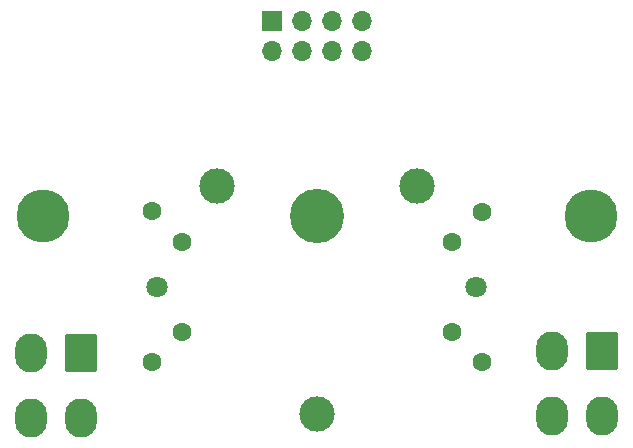
<source format=gbr>
%TF.GenerationSoftware,KiCad,Pcbnew,(6.0.9)*%
%TF.CreationDate,2023-01-27T20:10:08-09:00*%
%TF.ProjectId,GAUGE_Dual Needle Instruments,47415547-455f-4447-9561-6c204e656564,rev?*%
%TF.SameCoordinates,Original*%
%TF.FileFunction,Soldermask,Bot*%
%TF.FilePolarity,Negative*%
%FSLAX46Y46*%
G04 Gerber Fmt 4.6, Leading zero omitted, Abs format (unit mm)*
G04 Created by KiCad (PCBNEW (6.0.9)) date 2023-01-27 20:10:08*
%MOMM*%
%LPD*%
G01*
G04 APERTURE LIST*
G04 Aperture macros list*
%AMRoundRect*
0 Rectangle with rounded corners*
0 $1 Rounding radius*
0 $2 $3 $4 $5 $6 $7 $8 $9 X,Y pos of 4 corners*
0 Add a 4 corners polygon primitive as box body*
4,1,4,$2,$3,$4,$5,$6,$7,$8,$9,$2,$3,0*
0 Add four circle primitives for the rounded corners*
1,1,$1+$1,$2,$3*
1,1,$1+$1,$4,$5*
1,1,$1+$1,$6,$7*
1,1,$1+$1,$8,$9*
0 Add four rect primitives between the rounded corners*
20,1,$1+$1,$2,$3,$4,$5,0*
20,1,$1+$1,$4,$5,$6,$7,0*
20,1,$1+$1,$6,$7,$8,$9,0*
20,1,$1+$1,$8,$9,$2,$3,0*%
G04 Aperture macros list end*
%ADD10RoundRect,0.250001X1.099999X1.399999X-1.099999X1.399999X-1.099999X-1.399999X1.099999X-1.399999X0*%
%ADD11O,2.700000X3.300000*%
%ADD12C,4.500000*%
%ADD13C,1.800000*%
%ADD14C,3.000000*%
%ADD15C,4.600000*%
%ADD16C,1.600000*%
%ADD17O,1.700000X1.700000*%
%ADD18R,1.700000X1.700000*%
G04 APERTURE END LIST*
D10*
%TO.C,J3*%
X206322000Y-130210000D03*
D11*
X202122000Y-130210000D03*
X206322000Y-135710000D03*
X202122000Y-135710000D03*
%TD*%
D10*
%TO.C,J1*%
X162189000Y-130363000D03*
D11*
X157989000Y-130363000D03*
X162189000Y-135863000D03*
X157989000Y-135863000D03*
%TD*%
D12*
%TO.C,H2*%
X205369000Y-118743000D03*
%TD*%
%TO.C,H1*%
X159014000Y-118743000D03*
%TD*%
D13*
%TO.C,M1*%
X195692000Y-124753000D03*
X168692000Y-124753000D03*
D14*
X182192000Y-135503000D03*
X190682000Y-116263000D03*
X173702000Y-116263000D03*
D15*
X182192000Y-118753000D03*
D16*
X193630576Y-128559417D03*
X193630576Y-120939417D03*
X170770576Y-128559417D03*
X170770576Y-120939417D03*
X196170576Y-131099417D03*
X196170576Y-118399417D03*
X168230576Y-131099417D03*
X168222000Y-118393000D03*
%TD*%
D17*
%TO.C,J2*%
X186002000Y-104773000D03*
X186002000Y-102233000D03*
X183462000Y-104773000D03*
X183462000Y-102233000D03*
X180922000Y-104773000D03*
X180922000Y-102233000D03*
X178382000Y-104773000D03*
D18*
X178382000Y-102233000D03*
%TD*%
M02*

</source>
